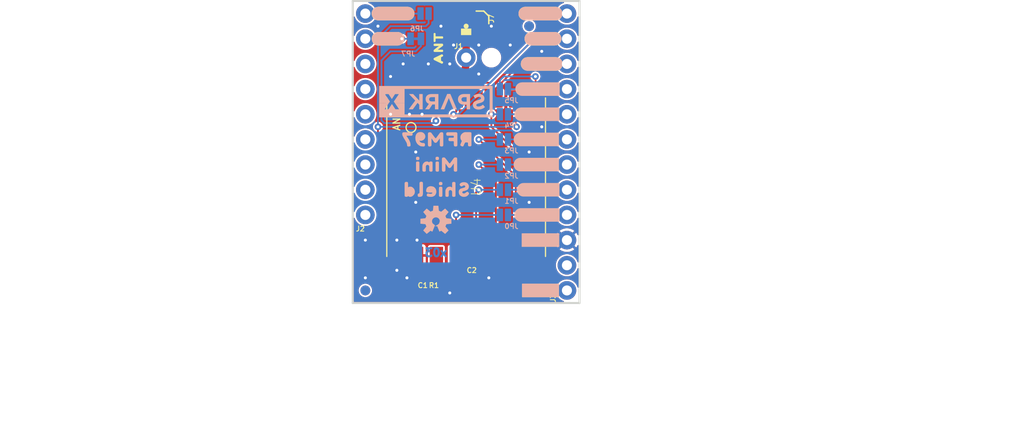
<source format=kicad_pcb>
(kicad_pcb (version 20211014) (generator pcbnew)
  (layers (0 "F.Cu" signal) (31 "B.Cu" signal) (34 "B.Paste" user) (35 "F.Paste" user) (36 "B.SilkS" user "B.Silkscreen") (37 "F.SilkS" user "F.Silkscreen") (38 "B.Mask" user) (39 "F.Mask" user) (44 "Edge.Cuts" user))
  (net 0 "")
  (net 1 "GND")
  (net 2 "3.3V")
  (net 3 "SDO")
  (net 4 "SDI")
  (net 5 "SCK")
  (net 6 "~{CS}")
  (net 7 "~{RST}")
  (net 8 "DIO0")
  (net 9 "DIO1")
  (net 10 "DIO2")
  (net 11 "DIO3")
  (net 12 "DIO4")
  (net 13 "DIO5")
  (net 14 "ANT")
  (net 15 "N$6")
  (net 16 "N$7")
  (net 17 "N$1")
  (net 18 "N$4")
  (net 19 "N$5")
  (net 20 "N$8")
  (net 21 "N$2")
  (net 22 "N$3")
  (footprint "eagleBoard:ANT0" (layer "F.Cu") (at 145.7071 94.4626 90)
    (fp_text reference "U$1" hide)
    (fp_text value "" hide)
  )
  (footprint "eagleBoard:#SCK#0" (layer "F.Cu") (at 156.1211 96.1136)
    (fp_text reference "U$5" hide)
    (fp_text value "" hide)
  )
  (footprint "eagleBoard:0603" (layer "F.Cu") (at 144.6911 117.7036 180)
    (fp_text reference "C1" (at 0 -0.762) (layer "F.SilkS") (effects (font (size 0.512064 0.512064) (thickness 0.097536)) (justify right)))
    (fp_text value "10uF" hide)
    (pad "1" smd roundrect (at -0.85 0 180) (size 1.1 1) (layers "F.Cu" "F.Paste" "F.Mask") (roundrect_rratio 0.0508) (net 2 "3.3V"))
    (pad "2" smd roundrect (at 0.85 0 180) (size 1.1 1) (layers "F.Cu" "F.Paste" "F.Mask") (roundrect_rratio 0.0508) (net 1 "GND"))
  )
  (footprint "eagleBoard:RFM97" (layer "F.Cu") (at 148.5011 107.5436 -90)
    (fp_text reference "U4" (at 0 -1 90) (layer "F.SilkS") (effects (font (size 0.9264 0.9264) (thickness 0.0736)) (justify right)))
    (fp_text value "RFM97CW")
    (fp_text user "ANT" (at -5.63 7 -90) (layer "F.SilkS") (effects (font (size 0.69088 0.69088) (thickness 0.12192))))
    (pad "!CS!" smd roundrect (at -7.9 3 270) (size 1.75 1.35) (layers "F.Cu" "F.Paste" "F.Mask") (roundrect_rratio 0.03762962963) (net 6 "~{CS}"))
    (pad "!RST" smd roundrect (at -7.9 -5 270) (size 1.75 1.35) (layers "F.Cu" "F.Paste" "F.Mask") (roundrect_rratio 0.03762962963) (net 7 "~{RST}"))
    (pad "3V3" smd roundrect (at 7.9 3 270) (size 1.75 1.35) (layers "F.Cu" "F.Paste" "F.Mask") (roundrect_rratio 0.03762962963) (net 2 "3.3V"))
    (pad "ANT" smd roundrect (at -7.9 7 270) (size 1.75 1.35) (layers "F.Cu" "F.Paste" "F.Mask") (roundrect_rratio 0.03762962963) (net 14 "ANT"))
    (pad "DIO0" smd roundrect (at 7.9 1 270) (size 1.75 1.35) (layers "F.Cu" "F.Paste" "F.Mask") (roundrect_rratio 0.03762962963) (net 8 "DIO0"))
    (pad "DIO1" smd roundrect (at 7.9 -1 270) (size 1.75 1.35) (layers "F.Cu" "F.Paste" "F.Mask") (roundrect_rratio 0.03762962963) (net 9 "DIO1"))
    (pad "DIO2" smd roundrect (at 7.9 -3 270) (size 1.75 1.35) (layers "F.Cu" "F.Paste" "F.Mask") (roundrect_rratio 0.03762962963) (net 10 "DIO2"))
    (pad "DIO3" smd roundrect (at 7.9 -5 270) (size 1.75 1.35) (layers "F.Cu" "F.Paste" "F.Mask") (roundrect_rratio 0.03762962963) (net 11 "DIO3"))
    (pad "DIO4" smd roundrect (at 7.9 -7 270) (size 1.75 1.35) (layers "F.Cu" "F.Paste" "F.Mask") (roundrect_rratio 0.03762962963) (net 12 "DIO4"))
    (pad "DIO5" smd roundrect (at -7.9 -7 270) (size 1.75 1.35) (layers "F.Cu" "F.Paste" "F.Mask") (roundrect_rratio 0.03762962963) (net 13 "DIO5"))
    (pad "GND" smd roundrect (at -7.9 5 270) (size 1.75 1.35) (layers "F.Cu" "F.Paste" "F.Mask") (roundrect_rratio 0.03762962963) (net 1 "GND"))
    (pad "GND@1" smd roundrect (at 7.9 7 270) (size 1.75 1.35) (layers "F.Cu" "F.Paste" "F.Mask") (roundrect_rratio 0.03762962963) (net 1 "GND"))
    (pad "GND@2" smd roundrect (at 7.9 5 270) (size 1.75 1.35) (layers "F.Cu" "F.Paste" "F.Mask") (roundrect_rratio 0.03762962963) (net 1 "GND"))
    (pad "SCK" smd roundrect (at -7.9 -3 270) (size 1.75 1.35) (layers "F.Cu" "F.Paste" "F.Mask") (roundrect_rratio 0.03762962963) (net 5 "SCK"))
    (pad "SDI" smd roundrect (at -7.9 1 270) (size 1.75 1.35) (layers "F.Cu" "F.Paste" "F.Mask") (roundrect_rratio 0.03762962963) (net 4 "SDI"))
    (pad "SDO" smd roundrect (at -7.9 -1 270) (size 1.75 1.35) (layers "F.Cu" "F.Paste" "F.Mask") (roundrect_rratio 0.03762962963) (net 3 "SDO"))
  )
  (footprint "eagleBoard:#SDI#1" (layer "F.Cu") (at 156.2481 93.5736)
    (fp_text reference "U$4" hide)
    (fp_text value "" hide)
  )
  (footprint "eagleBoard:1X12_NO_SILK" (layer "F.Cu") (at 158.6611 118.9736 90)
    (fp_text reference "J3" (at -1.27 -1.397 90) (layer "F.SilkS") (effects (font (size 0.512064 0.512064) (thickness 0.097536)) (justify left)))
    (fp_text value "")
    (pad "1" thru_hole circle (at 0 0 180) (size 1.8796 1.8796) (drill 1.016) (layers *.Cu *.Mask) (net 2 "3.3V"))
    (pad "2" thru_hole circle (at 2.54 0 180) (size 1.8796 1.8796) (drill 1.016) (layers *.Cu *.Mask))
    (pad "3" thru_hole circle (at 5.08 0 180) (size 1.8796 1.8796) (drill 1.016) (layers *.Cu *.Mask) (net 1 "GND"))
    (pad "4" thru_hole circle (at 7.62 0 180) (size 1.8796 1.8796) (drill 1.016) (layers *.Cu *.Mask) (net 19 "N$5"))
    (pad "5" thru_hole circle (at 10.16 0 180) (size 1.8796 1.8796) (drill 1.016) (layers *.Cu *.Mask) (net 18 "N$4"))
    (pad "6" thru_hole circle (at 12.7 0 180) (size 1.8796 1.8796) (drill 1.016) (layers *.Cu *.Mask) (net 17 "N$1"))
    (pad "7" thru_hole circle (at 15.24 0 180) (size 1.8796 1.8796) (drill 1.016) (layers *.Cu *.Mask) (net 15 "N$6"))
    (pad "8" thru_hole circle (at 17.78 0 180) (size 1.8796 1.8796) (drill 1.016) (layers *.Cu *.Mask) (net 16 "N$7"))
    (pad "9" thru_hole circle (at 20.32 0 180) (size 1.8796 1.8796) (drill 1.016) (layers *.Cu *.Mask) (net 20 "N$8"))
    (pad "10" thru_hole circle (at 22.86 0 180) (size 1.8796 1.8796) (drill 1.016) (layers *.Cu *.Mask) (net 5 "SCK"))
    (pad "11" thru_hole circle (at 25.4 0 180) (size 1.8796 1.8796) (drill 1.016) (layers *.Cu *.Mask) (net 4 "SDI"))
    (pad "12" thru_hole circle (at 27.94 0 180) (size 1.8796 1.8796) (drill 1.016) (layers *.Cu *.Mask) (net 3 "SDO"))
  )
  (footprint "" (layer "F.Cu") (at 151.0411 95.4786)
    (fp_text reference "@HOLE0" hide)
    (fp_text value "" (at 0 0) (layer "F.SilkS") (effects (font (size 1.27 1.27))))
    (pad "" np_thru_hole circle (at 0 0) (size 1.5 1.5) (drill 1.5) (layers *.Cu *.Mask))
  )
  (footprint "eagleBoard:#3V3#0" (layer "F.Cu") (at 155.9941 118.9736)
    (fp_text reference "U$8" hide)
    (fp_text value "" hide)
  )
  (footprint "eagleBoard:FIDUCIAL-1X2" (layer "F.Cu") (at 154.8511 92.3036)
    (fp_text reference "FID2" hide)
    (fp_text value "FIDUCIAL1X2" hide)
    (pad "1" smd roundrect (at 0 0) (size 1 1) (layers "F.Cu" "F.Mask") (roundrect_rratio 0.5))
  )
  (footprint "eagleBoard:0603" (layer "F.Cu") (at 148.5011 117.7036)
    (fp_text reference "C2" (at 0 -0.762) (layer "F.SilkS") (effects (font (size 0.512064 0.512064) (thickness 0.097536)) (justify left)))
    (fp_text value "0.1uF" hide)
    (pad "1" smd roundrect (at -0.85 0) (size 1.1 1) (layers "F.Cu" "F.Paste" "F.Mask") (roundrect_rratio 0.0508) (net 2 "3.3V"))
    (pad "2" smd roundrect (at 0.85 0) (size 1.1 1) (layers "F.Cu" "F.Paste" "F.Mask") (roundrect_rratio 0.0508) (net 1 "GND"))
  )
  (footprint "eagleBoard:#SDO#0" (layer "F.Cu") (at 155.9941 91.0336)
    (fp_text reference "U$3" hide)
    (fp_text value "" hide)
  )
  (footprint "eagleBoard:0603" (layer "F.Cu") (at 144.6911 119.2276)
    (fp_text reference "R1" (at 0 -0.762) (layer "F.SilkS") (effects (font (size 0.512064 0.512064) (thickness 0.097536)) (justify left)))
    (fp_text value "10k" hide)
    (pad "1" smd roundrect (at -0.85 0) (size 1.1 1) (layers "F.Cu" "F.Paste" "F.Mask") (roundrect_rratio 0.0508) (net 7 "~{RST}"))
    (pad "2" smd roundrect (at 0.85 0) (size 1.1 1) (layers "F.Cu" "F.Paste" "F.Mask") (roundrect_rratio 0.0508) (net 2 "3.3V"))
  )
  (footprint "eagleBoard:FIDUCIAL-1X2" (layer "F.Cu") (at 138.3411 118.9736)
    (fp_text reference "FID1" hide)
    (fp_text value "FIDUCIAL1X2" hide)
    (pad "1" smd roundrect (at 0 0) (size 1 1) (layers "F.Cu" "F.Mask") (roundrect_rratio 0.5))
  )
  (footprint "eagleBoard:##CS##2" (layer "F.Cu") (at 140.6271 93.5736)
    (fp_text reference "U$21" hide)
    (fp_text value "" hide)
  )
  (footprint "eagleBoard:1X01_NO_SILK" (layer "F.Cu") (at 148.5011 95.4786)
    (fp_text reference "J1" (at -1.27 -1.143) (layer "F.SilkS") (effects (font (size 0.512064 0.512064) (thickness 0.097536)) (justify left)))
    (fp_text value "")
    (pad "1" thru_hole circle (at 0 0 90) (size 1.8796 1.8796) (drill 1.016) (layers *.Cu *.Mask) (net 14 "ANT"))
  )
  (footprint "eagleBoard:CREATIVE_COMMONS" (layer "F.Cu") (at 121.8311 132.9436)
    (fp_text reference "FRAME1" hide)
    (fp_text value "FRAME-LETTER" hide)
  )
  (footprint "eagleBoard:##RST##0" (layer "F.Cu") (at 141.1351 91.0336)
    (fp_text reference "U$13" hide)
    (fp_text value "" hide)
  )
  (footprint "eagleBoard:U.FL" (layer "F.Cu") (at 148.5011 92.3036 -90)
    (fp_text reference "J7" (at -1.27 -2.54 90) (layer "F.SilkS") (effects (font (size 0.512064 0.512064) (thickness 0.097536)) (justify right)))
    (fp_text value "U.FL")
    (pad "1" smd roundrect (at 0 -1.375 270) (size 2.2 0.85) (layers "F.Cu" "F.Paste" "F.Mask") (roundrect_rratio 0.05976470588) (net 1 "GND"))
    (pad "2" smd roundrect (at 0 1.375 270) (size 2.2 0.85) (layers "F.Cu" "F.Paste" "F.Mask") (roundrect_rratio 0.05976470588) (net 1 "GND"))
    (pad "FEED" smd roundrect (at 1.525 0 270) (size 1.05 1) (layers "F.Cu" "F.Paste" "F.Mask") (roundrect_rratio 0.0508) (net 14 "ANT"))
    (pad "NC" smd roundrect (at -1.525 0 270) (size 1.05 1) (layers "F.Cu" "F.Paste" "F.Mask") (roundrect_rratio 0.0508))
  )
  (footprint "eagleBoard:1X09_NO_SILK" (layer "F.Cu") (at 138.3411 111.3536 90)
    (fp_text reference "J2" (at -1.397 0) (layer "F.SilkS") (effects (font (size 0.512064 0.512064) (thickness 0.097536)) (justify right)))
    (fp_text value "")
    (pad "1" thru_hole circle (at 0 0 180) (size 1.8796 1.8796) (drill 1.016) (layers *.Cu *.Mask))
    (pad "2" thru_hole circle (at 2.54 0 180) (size 1.8796 1.8796) (drill 1.016) (layers *.Cu *.Mask))
    (pad "3" thru_hole circle (at 5.08 0 180) (size 1.8796 1.8796) (drill 1.016) (layers *.Cu *.Mask))
    (pad "4" thru_hole circle (at 7.62 0 180) (size 1.8796 1.8796) (drill 1.016) (layers *.Cu *.Mask))
    (pad "5" thru_hole circle (at 10.16 0 180) (size 1.8796 1.8796) (drill 1.016) (layers *.Cu *.Mask))
    (pad "6" thru_hole circle (at 12.7 0 180) (size 1.8796 1.8796) (drill 1.016) (layers *.Cu *.Mask))
    (pad "7" thru_hole circle (at 15.24 0 180) (size 1.8796 1.8796) (drill 1.016) (layers *.Cu *.Mask))
    (pad "8" thru_hole circle (at 17.78 0 180) (size 1.8796 1.8796) (drill 1.016) (layers *.Cu *.Mask) (net 22 "N$3"))
    (pad "9" thru_hole circle (at 20.32 0 180) (size 1.8796 1.8796) (drill 1.016) (layers *.Cu *.Mask) (net 21 "N$2"))
  )
  (footprint "eagleBoard:##CS##2" (layer "B.Cu") (at 140.6271 93.5736 180)
    (fp_text reference "U$2" hide)
    (fp_text value "" hide)
  )
  (footprint "eagleBoard:#SDI#1" (layer "B.Cu") (at 156.2481 93.5736 180)
    (fp_text reference "U$6" hide)
    (fp_text value "" hide)
  )
  (footprint "eagleBoard:SMT-JUMPER_2_NO_NO-SILK" (layer "B.Cu") (at 144.3101 91.0336 180)
    (fp_text reference "JP6" (at 0 -1.524) (layer "B.SilkS") (effects (font (size 0.512064 0.512064) (thickness 0.097536)) (justify left mirror)))
    (fp_text value "JUMPER-SMT_2_NO_NO-SILK" hide)
    (pad "1" smd roundrect (at -0.4064 0 180) (size 0.635 1.27) (layers "B.Cu" "B.Mask") (roundrect_rratio 0.08) (net 7 "~{RST}"))
    (pad "2" smd roundrect (at 0.4064 0 180) (size 0.635 1.27) (layers "B.Cu" "B.Mask") (roundrect_rratio 0.08) (net 21 "N$2"))
  )
  (footprint "eagleBoard:SMT-JUMPER_2_NO_NO-SILK" (layer "B.Cu") (at 152.3111 106.2736)
    (fp_text reference "JP2" (at 0 1.143) (layer "B.SilkS") (effects (font (size 0.512064 0.512064) (thickness 0.097536)) (justify right mirror)))
    (fp_text value "JUMPER-SMT_2_NO_NO-SILK" hide)
    (pad "1" smd roundrect (at -0.4064 0) (size 0.635 1.27) (layers "B.Cu" "B.Mask") (roundrect_rratio 0.08) (net 10 "DIO2"))
    (pad "2" smd roundrect (at 0.4064 0) (size 0.635 1.27) (layers "B.Cu" "B.Mask") (roundrect_rratio 0.08) (net 17 "N$1"))
  )
  (footprint "eagleBoard:#DIO0#0" (layer "B.Cu") (at 155.8036 111.3536 180)
    (fp_text reference "U$23" hide)
    (fp_text value "" hide)
  )
  (footprint "eagleBoard:SMT-JUMPER_2_NO_NO-SILK" (layer "B.Cu") (at 152.3111 101.1936)
    (fp_text reference "JP4" (at 0 1.143) (layer "B.SilkS") (effects (font (size 0.512064 0.512064) (thickness 0.097536)) (justify right mirror)))
    (fp_text value "JUMPER-SMT_2_NO_NO-SILK" hide)
    (pad "1" smd roundrect (at -0.4064 0) (size 0.635 1.27) (layers "B.Cu" "B.Mask") (roundrect_rratio 0.08) (net 12 "DIO4"))
    (pad "2" smd roundrect (at 0.4064 0) (size 0.635 1.27) (layers "B.Cu" "B.Mask") (roundrect_rratio 0.08) (net 16 "N$7"))
  )
  (footprint "eagleBoard:#DIO5#0" (layer "B.Cu") (at 155.8671 98.6536 180)
    (fp_text reference "U$28" hide)
    (fp_text value "" hide)
  )
  (footprint "eagleBoard:SMT-JUMPER_2_NO_NO-SILK" (layer "B.Cu") (at 152.3111 108.8136)
    (fp_text reference "JP1" (at 0 1.143) (layer "B.SilkS") (effects (font (size 0.512064 0.512064) (thickness 0.097536)) (justify right mirror)))
    (fp_text value "JUMPER-SMT_2_NO_NO-SILK" hide)
    (pad "1" smd roundrect (at -0.4064 0) (size 0.635 1.27) (layers "B.Cu" "B.Mask") (roundrect_rratio 0.08) (net 9 "DIO1"))
    (pad "2" smd roundrect (at 0.4064 0) (size 0.635 1.27) (layers "B.Cu" "B.Mask") (roundrect_rratio 0.08) (net 18 "N$4"))
  )
  (footprint "eagleBoard:SMT-JUMPER_2_NO_NO-SILK" (layer "B.Cu") (at 152.3111 111.3536)
    (fp_text reference "JP0" (at 0 1.143) (layer "B.SilkS") (effects (font (size 0.512064 0.512064) (thickness 0.097536)) (justify right mirror)))
    (fp_text value "JUMPER-SMT_2_NO_NO-SILK" hide)
    (pad "1" smd roundrect (at -0.4064 0) (size 0.635 1.27) (layers "B.Cu" "B.Mask") (roundrect_rratio 0.08) (net 8 "DIO0"))
    (pad "2" smd roundrect (at 0.4064 0) (size 0.635 1.27) (layers "B.Cu" "B.Mask") (roundrect_rratio 0.08) (net 19 "N$5"))
  )
  (footprint "eagleBoard:SMT-JUMPER_2_NO_NO-SILK" (layer "B.Cu") (at 152.3111 103.7336)
    (fp_text reference "JP3" (at 0 1.143) (layer "B.SilkS") (effects (font (size 0.512064 0.512064) (thickness 0.097536)) (justify right mirror)))
    (fp_text value "JUMPER-SMT_2_NO_NO-SILK" hide)
    (pad "1" smd roundrect (at -0.4064 0) (size 0.635 1.27) (layers "B.Cu" "B.Mask") (roundrect_rratio 0.08) (net 11 "DIO3"))
    (pad "2" smd roundrect (at 0.4064 0) (size 0.635 1.27) (layers "B.Cu" "B.Mask") (roundrect_rratio 0.08) (net 15 "N$6"))
  )
  (footprint "eagleBoard:RFM970" (layer "B.Cu") (at 145.4531 103.7336 180)
    (fp_text reference "U$19" hide)
    (fp_text value "" hide)
  )
  (footprint "eagleBoard:#GND#1" (layer "B.Cu") (at 155.9941 113.8936 180)
    (fp_text reference "U$10" hide)
    (fp_text value "" hide)
  )
  (footprint "eagleBoard:FIDUCIAL-1X2" (layer "B.Cu") (at 154.8511 92.3036 180)
    (fp_text reference "FID4" hide)
    (fp_text value "FIDUCIAL1X2" hide)
    (pad "1" smd roundrect (at 0 0 180) (size 1 1) (layers "B.Cu" "B.Mask") (roundrect_rratio 0.5))
  )
  (footprint "eagleBoard:MINI0" (layer "B.Cu") (at 145.4531 106.2736 180)
    (fp_text reference "U$11" hide)
    (fp_text value "" hide)
  )
  (footprint "eagleBoard:SMT-JUMPER_2_NC_TRACE_NO-SILK" (layer "B.Cu") (at 143.4211 93.5736 180)
    (fp_text reference "JP7" (at 0 -1.524) (layer "B.SilkS") (effects (font (size 0.512064 0.512064) (thickness 0.097536)) (justify left mirror)))
    (fp_text value "JUMPER-SMT_2_NC_TRACE_NO-SILK" hide)
    (fp_poly (pts (xy 0.1905 -0.13335) (xy -0.70485 -0.13335) (xy -0.70485 0.13335) (xy 0.1905 0.13335)) (layer "B.Cu") (width 0) (fill solid))
    (pad "1" smd roundrect (at -0.5207 0 180) (size 0.6604 1.27) (layers "B.Cu" "B.Mask") (roundrect_rratio 0.07692307692) (net 6 "~{CS}"))
    (pad "2" smd roundrect (at 0.5207 0 180) (size 0.6604 1.27) (layers "B.Cu" "B.Mask") (roundrect_rratio 0.07692307692) (net 22 "N$3"))
  )
  (footprint "eagleBoard:FIDUCIAL-1X2" (layer "B.Cu") (at 138.3411 118.9736 180)
    (fp_text reference "FID3" hide)
    (fp_text value "FIDUCIAL1X2" hide)
    (pad "1" smd roundrect (at 0 0 180) (size 1 1) (layers "B.Cu" "B.Mask") (roundrect_rratio 0.5))
  )
  (footprint "eagleBoard:#SDO#0" (layer "B.Cu") (at 155.9941 91.0336 180)
    (fp_text reference "U$7" hide)
    (fp_text value "" hide)
  )
  (footprint "eagleBoard:SPARKX-LARGE" (layer "B.Cu") (at 145.4531 99.9236 180)
    (fp_text reference "U$22" hide)
    (fp_text value "SPARKX-LOGO5" hide)
  )
  (footprint "eagleBoard:#3V3#0" (layer "B.Cu") (at 155.9941 118.9736 180)
    (fp_text reference "U$9" hide)
    (fp_text value "" hide)
  )
  (footprint "eagleBoard:##RST##0" (layer "B.Cu") (at 141.1351 91.0336 180)
    (fp_text reference "U$17" hide)
    (fp_text value "" hide)
  )
  (footprint "eagleBoard:#DIO3#0" (layer "B.Cu") (at 155.7401 103.7336 180)
    (fp_text reference "U$26" hide)
    (fp_text value "" hide)
  )
  (footprint "eagleBoard:OSHW-LOGO-S" (layer "B.Cu") (at 145.4531 111.9886 180)
    (fp_text reference "LOGO2" hide)
    (fp_text value "OSHW-LOGOS" hide)
  )
  (footprint "eagleBoard:SMT-JUMPER_2_NO_NO-SILK" (layer "B.Cu") (at 152.3111 98.6536)
    (fp_text reference "JP5" (at 0 1.143) (layer "B.SilkS") (effects (font (size 0.512064 0.512064) (thickness 0.097536)) (justify right mirror)))
    (fp_text value "JUMPER-SMT_2_NO_NO-SILK")
    (pad "1" smd roundrect (at -0.4064 0) (size 0.635 1.27) (layers "B.Cu" "B.Mask") (roundrect_rratio 0.08) (net 13 "DIO5"))
    (pad "2" smd roundrect (at 0.4064 0) (size 0.635 1.27) (layers "B.Cu" "B.Mask") (roundrect_rratio 0.08) (net 20 "N$8"))
  )
  (footprint "eagleBoard:#DIO1#0" (layer "B.Cu") (at 155.9306 108.8136 180)
    (fp_text reference "U$24" hide)
    (fp_text value "" hide)
  )
  (footprint "eagleBoard:#DIO2#0" (layer "B.Cu") (at 155.7401 106.2736 180)
    (fp_text reference "U$25" hide)
    (fp_text value "" hide)
  )
  (footprint "eagleBoard:#DIO4#0" (layer "B.Cu") (at 155.8036 101.1936 180)
    (fp_text reference "U$27" hide)
    (fp_text value "" hide)
  )
  (footprint "eagleBoard:SHIELD2" (layer "B.Cu") (at 145.4531 108.8136 180)
    (fp_text reference "U$20" hide)
    (fp_text value "" hide)
  )
  (footprint "eagleBoard:#SCK#0" (layer "B.Cu") (at 156.1211 96.1136 180)
    (fp_text reference "U$12" hide)
    (fp_text value "" hide)
  )
  (gr_line (start 137.0711 120.2436) (end 159.9311 120.2436) (layer "Edge.Cuts") (width 0.2032))
  (gr_line (start 159.9311 120.2436) (end 159.9311 89.7636) (layer "Edge.Cuts") (width 0.2032))
  (gr_line (start 159.9311 89.7636) (end 137.0711 89.7636) (layer "Edge.Cuts") (width 0.2032))
  (gr_line (start 137.0711 89.7636) (end 137.0711 120.2436) (layer "Edge.Cuts") (width 0.2032))
  (gr_text "x03" (at 145.4531 115.1636) (layer "B.Cu") (effects (font (size 0.8128 0.8128) (thickness 0.2032)) (justify mirror)))
  (via (at 149.7711 97.1296) (size 0.6604) (drill 0.3048) (layers "F.Cu" "B.Cu") (net 1))
  (via (at 156.1211 102.4636) (size 0.6604) (drill 0.3048) (layers "F.Cu" "B.Cu") (net 1))
  (via (at 151.0411 92.3036) (size 0.6604) (drill 0.3048) (layers "F.Cu" "B.Cu") (net 1))
  (via (at 141.5161 116.9416) (size 0.6604) (drill 0.3048) (layers "F.Cu" "B.Cu") (net 1))
  (via (at 138.3411 113.8936) (size 0.6604) (drill 0.3048) (layers "F.Cu" "B.Cu") (net 1))
  (via (at 154.8511 105.0036) (size 0.6604) (drill 0.3048) (layers "F.Cu" "B.Cu") (net 1))
  (via (at 147.2311 94.2086) (size 0.6604) (drill 0.3048) (layers "F.Cu" "B.Cu") (net 1))
  (via (at 154.8511 110.0836) (size 0.6604) (drill 0.3048) (layers "F.Cu" "B.Cu") (net 1))
  (via (at 141.5161 113.8936) (size 0.6604) (drill 0.3048) (layers "F.Cu" "B.Cu") (net 1))
  (via (at 152.9461 94.2086) (size 0.6604) (drill 0.3048) (layers "F.Cu" "B.Cu") (net 1))
  (via (at 140.8811 97.3836) (size 0.6604) (drill 0.3048) (layers "F.Cu" "B.Cu") (net 1))
  (via (at 139.6111 92.3036) (size 0.6604) (drill 0.3048) (layers "F.Cu" "B.Cu") (net 1))
  (via (at 142.7861 101.1936) (size 0.6604) (drill 0.3048) (layers "F.Cu" "B.Cu") (net 1))
  (via (at 156.1211 94.8436) (size 0.6604) (drill 0.3048) (layers "F.Cu" "B.Cu") (net 1))
  (via (at 143.5481 113.8936) (size 0.6604) (drill 0.3048) (layers "F.Cu" "B.Cu") (net 1))
  (via (at 146.8501 96.1136) (size 0.6604) (drill 0.3048) (layers "F.Cu" "B.Cu") (net 1))
  (via (at 142.1511 96.1136) (size 0.6604) (drill 0.3048) (layers "F.Cu" "B.Cu") (net 1))
  (via (at 144.0561 101.1936) (size 0.6604) (drill 0.3048) (layers "F.Cu" "B.Cu") (net 1))
  (via (at 142.5321 117.7036) (size 0.6604) (drill 0.3048) (layers "F.Cu" "B.Cu") (net 1))
  (via (at 150.7871 117.7036) (size 0.6604) (drill 0.3048) (layers "F.Cu" "B.Cu") (net 1))
  (via (at 145.9611 92.3036) (size 0.6604) (drill 0.3048) (layers "F.Cu" "B.Cu") (net 1))
  (via (at 143.4211 110.0836) (size 0.6604) (drill 0.3048) (layers "F.Cu" "B.Cu") (net 1))
  (via (at 138.3411 117.7036) (size 0.6604) (drill 0.3048) (layers "F.Cu" "B.Cu") (net 1))
  (via (at 144.6911 96.1136) (size 0.6604) (drill 0.3048) (layers "F.Cu" "B.Cu") (net 1))
  (via (at 140.8811 101.1936) (size 0.6604) (drill 0.3048) (layers "F.Cu" "B.Cu") (net 1))
  (via (at 149.7711 94.2086) (size 0.6604) (drill 0.3048) (layers "F.Cu" "B.Cu") (net 1))
  (via (at 146.8501 119.2276) (size 0.6604) (drill 0.3048) (layers "F.Cu" "B.Cu") (net 1))
  (via (at 143.4211 105.0036) (size 0.6604) (drill 0.3048) (layers "F.Cu" "B.Cu") (net 1))
  (segment (start 145.5411 117.7036) (end 145.5411 119.2276) (width 0.1778) (layer "F.Cu") (net 2))
  (segment (start 158.6611 118.9736) (end 147.8661 118.9736) (width 0.5588) (layer "F.Cu") (net 2))
  (segment (start 147.6511 118.7586) (end 147.6511 117.7036) (width 0.5588) (layer "F.Cu") (net 2))
  (segment (start 147.8661 118.9736) (end 147.6511 118.7586) (width 0.5588) (layer "F.Cu") (net 2))
  (segment (start 145.5411 117.7036) (end 145.5411 115.4836) (width 0.5588) (layer "F.Cu") (net 2))
  (segment (start 147.6511 117.7036) (end 145.5411 117.7036) (width 0.5588) (layer "F.Cu") (net 2))
  (segment (start 145.5411 115.4836) (end 145.5011 115.4436) (width 0.5588) (layer "F.Cu") (net 2))
  (segment (start 157.8991 91.0336) (end 158.6611 91.0336) (width 0.1778) (layer "F.Cu") (net 3))
  (segment (start 150.9141 98.0186) (end 150.0251 98.0186) (width 0.1778) (layer "F.Cu") (net 3))
  (segment (start 150.9141 98.0186) (end 157.8991 91.0336) (width 0.1778) (layer "F.Cu") (net 3))
  (segment (start 149.5011 98.5426) (end 149.5011 99.6436) (width 0.1778) (layer "F.Cu") (net 3))
  (segment (start 150.0251 98.0186) (end 149.5011 98.5426) (width 0.1778) (layer "F.Cu") (net 3))
  (segment (start 147.5011 100.9236) (end 147.2311 101.1936) (width 0.1778) (layer "F.Cu") (net 4))
  (segment (start 147.5011 99.6436) (end 147.5011 100.9236) (width 0.1778) (layer "F.Cu") (net 4))
  (via (at 147.2311 101.1936) (size 0.6604) (drill 0.3048) (layers "F.Cu" "B.Cu") (net 4))
  (segment (start 147.2311 101.1936) (end 147.7391 101.1936) (width 0.1778) (layer "B.Cu") (net 4))
  (segment (start 155.3591 93.5736) (end 158.6611 93.5736) (width 0.1778) (layer "B.Cu") (net 4))
  (segment (start 155.3591 93.5736) (end 147.7391 101.1936) (width 0.1778) (layer "B.Cu") (net 4))
  (segment (start 153.9621 96.1136) (end 158.6611 96.1136) (width 0.1778) (layer "F.Cu") (net 5))
  (segment (start 151.5011 99.6436) (end 151.5011 98.5746) (width 0.1778) (layer "F.Cu") (net 5))
  (segment (start 151.5011 98.5746) (end 153.9621 96.1136) (width 0.1778) (layer "F.Cu") (net 5))
  (segment (start 145.4531 101.8667) (end 145.5011 101.8187) (width 0.1778) (layer "F.Cu") (net 6))
  (segment (start 145.5011 101.8187) (end 145.5011 99.6436) (width 0.1778) (layer "F.Cu") (net 6))
  (via (at 145.4531 101.8667) (size 0.6604) (drill 0.3048) (layers "F.Cu" "B.Cu") (net 6))
  (segment (start 145.2372 102.0826) (end 145.4531 101.8667) (width 0.1778) (layer "B.Cu") (net 6))
  (segment (start 139.9667 101.8032) (end 140.2461 102.0826) (width 0.1778) (layer "B.Cu") (net 6))
  (segment (start 140.2461 102.0826) (end 145.2372 102.0826) (width 0.1778) (layer "B.Cu") (net 6))
  (segment (start 143.4211 94.8436) (end 140.8811 94.8436) (width 0.1778) (layer "B.Cu") (net 6))
  (segment (start 143.9418 94.3229) (end 143.4211 94.8436) (width 0.1778) (layer "B.Cu") (net 6))
  (segment (start 140.8811 94.8436) (end 139.9667 95.758) (width 0.1778) (layer "B.Cu") (net 6))
  (segment (start 143.9418 93.5736) (end 143.9418 94.3229) (width 0.1778) (layer "B.Cu") (net 6))
  (segment (start 139.9667 95.758) (end 139.9667 101.8032) (width 0.1778) (layer "B.Cu") (net 6))
  (segment (start 141.1351 119.2276) (end 139.6111 117.7036) (width 0.1778) (layer "F.Cu") (net 7))
  (segment (start 153.5011 102.3836) (end 153.5011 99.6436) (width 0.1778) (layer "F.Cu") (net 7))
  (segment (start 153.5811 102.4636) (end 153.5011 102.3836) (width 0.1778) (layer "F.Cu") (net 7))
  (segment (start 139.6111 117.7036) (end 139.6111 102.4636) (width 0.1778) (layer "F.Cu") (net 7))
  (segment (start 143.8411 119.2276) (end 141.1351 119.2276) (width 0.1778) (layer "F.Cu") (net 7))
  (via (at 153.5811 102.4636) (size 0.6604) (drill 0.3048) (layers "F.Cu" "B.Cu") (net 7))
  (via (at 139.6111 102.4636) (size 0.6604) (drill 0.3048) (layers "F.Cu" "B.Cu") (net 7))
  (segment (start 140.8811 92.3036) (end 144.4371 92.3036) (width 0.1778) (layer "B.Cu") (net 7))
  (segment (start 139.6111 93.5736) (end 140.8811 92.3036) (width 0.1778) (layer "B.Cu") (net 7))
  (segment (start 139.6111 102.4636) (end 139.6111 93.5736) (width 0.1778) (layer "B.Cu") (net 7))
  (segment (start 144.4371 92.3036) (end 144.7165 92.0242) (width 0.1778) (layer "B.Cu") (net 7))
  (segment (start 139.6111 102.4636) (end 153.5811 102.4636) (width 0.1778) (layer "B.Cu") (net 7))
  (segment (start 144.7165 92.0242) (end 144.7165 91.0336) (width 0.1778) (layer "B.Cu") (net 7))
  (segment (start 147.4851 111.3536) (end 147.4851 115.4276) (width 0.1778) (layer "F.Cu") (net 8))
  (segment (start 147.4851 115.4276) (end 147.5011 115.4436) (width 0.1778) (layer "F.Cu") (net 8))
  (via (at 147.4851 111.3536) (size 0.6604) (drill 0.3048) (layers "F.Cu" "B.Cu") (net 8))
  (segment (start 147.4851 111.3536) (end 151.9047 111.3536) (width 0.1778) (layer "B.Cu") (net 8))
  (segment (start 149.5011 115.4436) (end 149.5011 109.0836) (width 0.1778) (layer "F.Cu") (net 9))
  (segment (start 149.5011 109.0836) (end 149.7711 108.8136) (width 0.1778) (layer "F.Cu") (net 9))
  (via (at 149.7711 108.8136) (size 0.6604) (drill 0.3048) (layers "F.Cu" "B.Cu") (net 9))
  (segment (start 149.7711 108.8136) (end 151.9047 108.8136) (width 0.1778) (layer "B.Cu") (net 9))
  (segment (start 151.5011 108.0036) (end 149.7711 106.2736) (width 0.1778) (layer "F.Cu") (net 10))
  (segment (start 151.5011 115.4436) (end 151.5011 108.0036) (width 0.1778) (layer "F.Cu") (net 10))
  (via (at 149.7711 106.2736) (size 0.6604) (drill 0.3048) (layers "F.Cu" "B.Cu") (net 10))
  (segment (start 149.7711 106.2736) (end 151.9047 106.2736) (width 0.1778) (layer "B.Cu") (net 10))
  (segment (start 153.5011 107.4426) (end 149.7921 103.7336) (width 0.1778) (layer "F.Cu") (net 11))
  (segment (start 149.7711 103.7336) (end 149.7921 103.7336) (width 0.1778) (layer "F.Cu") (net 11))
  (segment (start 153.5011 115.4436) (end 153.5011 107.4426) (width 0.1778) (layer "F.Cu") (net 11))
  (via (at 149.7711 103.7336) (size 0.6604) (drill 0.3048) (layers "F.Cu" "B.Cu") (net 11))
  (segment (start 149.7711 103.7336) (end 151.9047 103.7336) (width 0.1778) (layer "B.Cu") (net 11))
  (segment (start 155.5011 106.9236) (end 151.0411 102.4636) (width 0.1778) (layer "F.Cu") (net 12))
  (segment (start 151.0411 102.4636) (end 151.0411 101.1936) (width 0.1778) (layer "F.Cu") (net 12))
  (segment (start 155.5011 115.4436) (end 155.5011 106.9236) (width 0.1778) (layer "F.Cu") (net 12))
  (via (at 151.0411 101.1936) (size 0.6604) (drill 0.3048) (layers "F.Cu" "B.Cu") (net 12))
  (segment (start 151.0411 101.1936) (end 151.9047 101.1936) (width 0.1778) (layer "B.Cu") (net 12))
  (segment (start 155.5011 99.6436) (end 155.5011 97.3986) (width 0.1778) (layer "F.Cu") (net 13))
  (segment (start 155.5011 97.3986) (end 155.4861 97.3836) (width 0.1778) (layer "F.Cu") (net 13))
  (via (at 155.4861 97.3836) (size 0.6604) (drill 0.3048) (layers "F.Cu" "B.Cu") (net 13))
  (segment (start 152.2857 97.3836) (end 151.9047 97.7646) (width 0.1778) (layer "B.Cu") (net 13))
  (segment (start 155.4861 97.3836) (end 152.2857 97.3836) (width 0.1778) (layer "B.Cu") (net 13))
  (segment (start 151.9047 98.6536) (end 151.9047 97.7646) (width 0.1778) (layer "B.Cu") (net 13))
  (segment (start 147.665466 97.30701) (end 147.8661 97.213452) (width 0.73914) (layer "F.Cu") (net 14))
  (segment (start 147.2311 97.3836) (end 147.2311 97.3836) (width 0.73914) (layer "F.Cu") (net 14))
  (segment (start 141.520622 98.445462) (end 141.578595 98.229104) (width 0.73914) (layer "F.Cu") (net 14))
  (segment (start 148.42451 96.547966) (end 148.5011 96.1136) (width 0.73914) (layer "F.Cu") (net 14))
  (segment (start 141.5011 98.6686) (end 141.520622 98.445462) (width 0.73914) (layer "F.Cu") (net 14))
  (segment (start 141.578595 98.229104) (end 141.673257 98.0261) (width 0.73914) (layer "F.Cu") (net 14))
  (segment (start 147.451633 97.364306) (end 147.665466 97.30701) (width 0.73914) (layer "F.Cu") (net 14))
  (segment (start 147.2311 97.3836) (end 147.451633 97.364306) (width 0.73914) (layer "F.Cu") (net 14))
  (segment (start 141.5011 98.6686) (end 141.5011 98.6686) (width 0.73914) (layer "F.Cu") (net 14))
  (segment (start 147.8661 97.213452) (end 148.04744 97.086476) (width 0.73914) (layer "F.Cu") (net 14))
  (segment (start 142.7861 97.3836) (end 147.2311 97.3836) (width 0.73914) (layer "F.Cu") (net 14))
  (segment (start 142.1436 97.555757) (end 142.346604 97.461095) (width 0.73914) (layer "F.Cu") (net 14))
  (segment (start 141.960118 97.684233) (end 142.1436 97.555757) (width 0.73914) (layer "F.Cu") (net 14))
  (segment (start 148.04744 97.086476) (end 148.203976 96.92994) (width 0.73914) (layer "F.Cu") (net 14))
  (segment (start 141.801733 97.842618) (end 141.960118 97.684233) (width 0.73914) (layer "F.Cu") (net 14))
  (segment (start 141.5011 99.6436) (end 141.5011 98.6686) (width 0.73914) (layer "F.Cu") (net 14))
  (segment (start 148.203976 96.92994) (end 148.330952 96.7486) (width 0.73914) (layer "F.Cu") (net 14))
  (segment (start 148.330952 96.7486) (end 148.42451 96.547966) (width 0.73914) (layer "F.Cu") (net 14))
  (segment (start 148.5011 95.4786) (end 148.5011 93.8286) (width 0.73914) (layer "F.Cu") (net 14))
  (segment (start 148.5011 96.1136) (end 148.5011 95.4786) (width 0.73914) (layer "F.Cu") (net 14))
  (segment (start 142.346604 97.461095) (end 142.7861 97.3836) (width 0.73914) (layer "F.Cu") (net 14))
  (segment (start 141.673257 98.0261) (end 141.801733 97.842618) (width 0.73914) (layer "F.Cu") (net 14))
  (segment (start 152.7175 103.7336) (end 158.6611 103.7336) (width 0.1778) (layer "B.Cu") (net 15))
  (segment (start 152.7175 101.1936) (end 158.6611 101.1936) (width 0.1778) (layer "B.Cu") (net 16))
  (segment (start 152.7175 106.2736) (end 158.6611 106.2736) (width 0.1778) (layer "B.Cu") (net 17))
  (segment (start 152.7175 108.8136) (end 158.6611 108.8136) (width 0.1778) (layer "B.Cu") (net 18))
  (segment (start 152.7175 111.3536) (end 158.6611 111.3536) (width 0.1778) (layer "B.Cu") (net 19))
  (segment (start 152.7175 98.6536) (end 158.6611 98.6536) (width 0.1778) (layer "B.Cu") (net 20))
  (segment (start 138.3411 91.0336) (end 143.9037 91.0336) (width 0.1778) (layer "B.Cu") (net 21))
  (segment (start 138.3411 93.5736) (end 142.0241 93.5736) (width 0.1778) (layer "F.Cu") (net 22))
  (via (at 142.0241 93.5736) (size 0.6604) (drill 0.3048) (layers "F.Cu" "B.Cu") (net 22))
  (segment (start 142.0241 93.5736) (end 142.9004 93.5736) (width 0.1778) (layer "B.Cu") (net 22))
  (zone (net 1) (net_name "GND") (layer "F.Cu") (priority 6) (connect_pads (clearance 0.1016)) (min_thickness 0.1016) (fill yes (thermal_gap 0.2532) (thermal_bridge_width 0.2532))
    (polygon (pts (xy 160.0327 120.3452) (xy 136.9695 120.3452) (xy 136.9695 89.662) (xy 160.0327 89.662)))
  )
  (zone (net 1) (net_name "GND") (layer "B.Cu") (priority 6) (connect_pads (clearance 0.1016)) (min_thickness 0.1016) (fill yes (thermal_gap 0.2532) (thermal_bridge_width 0.2532))
    (polygon (pts (xy 160.0327 120.3452) (xy 136.9695 120.3452) (xy 136.9695 89.662) (xy 160.0327 89.662)))
  )
)
</source>
